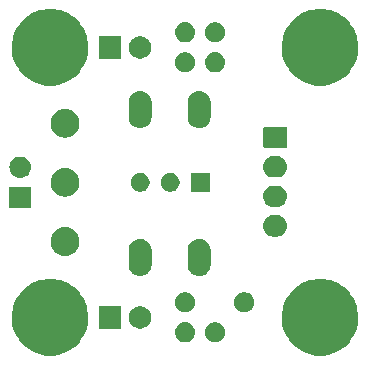
<source format=gbr>
G04 #@! TF.GenerationSoftware,KiCad,Pcbnew,(5.1.4)-1*
G04 #@! TF.CreationDate,2021-01-14T09:01:17+01:00*
G04 #@! TF.ProjectId,daughterBoard,64617567-6874-4657-9242-6f6172642e6b,rev?*
G04 #@! TF.SameCoordinates,Original*
G04 #@! TF.FileFunction,Soldermask,Top*
G04 #@! TF.FilePolarity,Negative*
%FSLAX46Y46*%
G04 Gerber Fmt 4.6, Leading zero omitted, Abs format (unit mm)*
G04 Created by KiCad (PCBNEW (5.1.4)-1) date 2021-01-14 09:01:17*
%MOMM*%
%LPD*%
G04 APERTURE LIST*
%ADD10C,0.100000*%
G04 APERTURE END LIST*
D10*
G36*
X156844239Y-112381467D02*
G01*
X157158282Y-112443934D01*
X157749926Y-112689001D01*
X158039523Y-112882504D01*
X158282391Y-113044783D01*
X158735217Y-113497609D01*
X158783367Y-113569671D01*
X159090999Y-114030074D01*
X159336066Y-114621718D01*
X159377756Y-114831309D01*
X159461000Y-115249803D01*
X159461000Y-115890197D01*
X159413500Y-116128995D01*
X159336066Y-116518282D01*
X159090999Y-117109926D01*
X158867337Y-117444659D01*
X158743480Y-117630025D01*
X158735216Y-117642392D01*
X158282392Y-118095216D01*
X157749926Y-118450999D01*
X157158282Y-118696066D01*
X156844239Y-118758533D01*
X156530197Y-118821000D01*
X155889803Y-118821000D01*
X155575761Y-118758533D01*
X155261718Y-118696066D01*
X154670074Y-118450999D01*
X154137608Y-118095216D01*
X153684784Y-117642392D01*
X153676521Y-117630025D01*
X153552663Y-117444659D01*
X153329001Y-117109926D01*
X153083934Y-116518282D01*
X153006500Y-116128995D01*
X152959000Y-115890197D01*
X152959000Y-115249803D01*
X153042244Y-114831309D01*
X153083934Y-114621718D01*
X153329001Y-114030074D01*
X153636633Y-113569671D01*
X153684783Y-113497609D01*
X154137609Y-113044783D01*
X154380477Y-112882504D01*
X154670074Y-112689001D01*
X155261718Y-112443934D01*
X155575761Y-112381467D01*
X155889803Y-112319000D01*
X156530197Y-112319000D01*
X156844239Y-112381467D01*
X156844239Y-112381467D01*
G37*
G36*
X133984239Y-112381467D02*
G01*
X134298282Y-112443934D01*
X134889926Y-112689001D01*
X135179523Y-112882504D01*
X135422391Y-113044783D01*
X135875217Y-113497609D01*
X135923367Y-113569671D01*
X136230999Y-114030074D01*
X136476066Y-114621718D01*
X136517756Y-114831309D01*
X136601000Y-115249803D01*
X136601000Y-115890197D01*
X136553500Y-116128995D01*
X136476066Y-116518282D01*
X136230999Y-117109926D01*
X136007337Y-117444659D01*
X135883480Y-117630025D01*
X135875216Y-117642392D01*
X135422392Y-118095216D01*
X134889926Y-118450999D01*
X134298282Y-118696066D01*
X133984239Y-118758533D01*
X133670197Y-118821000D01*
X133029803Y-118821000D01*
X132715761Y-118758533D01*
X132401718Y-118696066D01*
X131810074Y-118450999D01*
X131277608Y-118095216D01*
X130824784Y-117642392D01*
X130816521Y-117630025D01*
X130692663Y-117444659D01*
X130469001Y-117109926D01*
X130223934Y-116518282D01*
X130146500Y-116128995D01*
X130099000Y-115890197D01*
X130099000Y-115249803D01*
X130182244Y-114831309D01*
X130223934Y-114621718D01*
X130469001Y-114030074D01*
X130776633Y-113569671D01*
X130824783Y-113497609D01*
X131277609Y-113044783D01*
X131520477Y-112882504D01*
X131810074Y-112689001D01*
X132401718Y-112443934D01*
X132715761Y-112381467D01*
X133029803Y-112319000D01*
X133670197Y-112319000D01*
X133984239Y-112381467D01*
X133984239Y-112381467D01*
G37*
G36*
X144946823Y-116001313D02*
G01*
X145107242Y-116049976D01*
X145174361Y-116085852D01*
X145255078Y-116128996D01*
X145384659Y-116235341D01*
X145491004Y-116364922D01*
X145491005Y-116364924D01*
X145570024Y-116512758D01*
X145618687Y-116673177D01*
X145635117Y-116840000D01*
X145618687Y-117006823D01*
X145570024Y-117167242D01*
X145529477Y-117243100D01*
X145491004Y-117315078D01*
X145384659Y-117444659D01*
X145255078Y-117551004D01*
X145255076Y-117551005D01*
X145107242Y-117630024D01*
X144946823Y-117678687D01*
X144821804Y-117691000D01*
X144738196Y-117691000D01*
X144613177Y-117678687D01*
X144452758Y-117630024D01*
X144304924Y-117551005D01*
X144304922Y-117551004D01*
X144175341Y-117444659D01*
X144068996Y-117315078D01*
X144030523Y-117243100D01*
X143989976Y-117167242D01*
X143941313Y-117006823D01*
X143924883Y-116840000D01*
X143941313Y-116673177D01*
X143989976Y-116512758D01*
X144068995Y-116364924D01*
X144068996Y-116364922D01*
X144175341Y-116235341D01*
X144304922Y-116128996D01*
X144385639Y-116085852D01*
X144452758Y-116049976D01*
X144613177Y-116001313D01*
X144738196Y-115989000D01*
X144821804Y-115989000D01*
X144946823Y-116001313D01*
X144946823Y-116001313D01*
G37*
G36*
X147568228Y-116021703D02*
G01*
X147723100Y-116085853D01*
X147862481Y-116178985D01*
X147981015Y-116297519D01*
X148074147Y-116436900D01*
X148138297Y-116591772D01*
X148171000Y-116756184D01*
X148171000Y-116923816D01*
X148138297Y-117088228D01*
X148074147Y-117243100D01*
X147981015Y-117382481D01*
X147862481Y-117501015D01*
X147723100Y-117594147D01*
X147568228Y-117658297D01*
X147403816Y-117691000D01*
X147236184Y-117691000D01*
X147071772Y-117658297D01*
X146916900Y-117594147D01*
X146777519Y-117501015D01*
X146658985Y-117382481D01*
X146565853Y-117243100D01*
X146501703Y-117088228D01*
X146469000Y-116923816D01*
X146469000Y-116756184D01*
X146501703Y-116591772D01*
X146565853Y-116436900D01*
X146658985Y-116297519D01*
X146777519Y-116178985D01*
X146916900Y-116085853D01*
X147071772Y-116021703D01*
X147236184Y-115989000D01*
X147403816Y-115989000D01*
X147568228Y-116021703D01*
X147568228Y-116021703D01*
G37*
G36*
X139381000Y-116521000D02*
G01*
X137479000Y-116521000D01*
X137479000Y-114619000D01*
X139381000Y-114619000D01*
X139381000Y-116521000D01*
X139381000Y-116521000D01*
G37*
G36*
X141247395Y-114655546D02*
G01*
X141420466Y-114727234D01*
X141420467Y-114727235D01*
X141576227Y-114831310D01*
X141708690Y-114963773D01*
X141708691Y-114963775D01*
X141812766Y-115119534D01*
X141884454Y-115292605D01*
X141921000Y-115476333D01*
X141921000Y-115663667D01*
X141884454Y-115847395D01*
X141812766Y-116020466D01*
X141793048Y-116049976D01*
X141708690Y-116176227D01*
X141576227Y-116308690D01*
X141497818Y-116361081D01*
X141420466Y-116412766D01*
X141247395Y-116484454D01*
X141063667Y-116521000D01*
X140876333Y-116521000D01*
X140692605Y-116484454D01*
X140519534Y-116412766D01*
X140442182Y-116361081D01*
X140363773Y-116308690D01*
X140231310Y-116176227D01*
X140146952Y-116049976D01*
X140127234Y-116020466D01*
X140055546Y-115847395D01*
X140019000Y-115663667D01*
X140019000Y-115476333D01*
X140055546Y-115292605D01*
X140127234Y-115119534D01*
X140231309Y-114963775D01*
X140231310Y-114963773D01*
X140363773Y-114831310D01*
X140519533Y-114727235D01*
X140519534Y-114727234D01*
X140692605Y-114655546D01*
X140876333Y-114619000D01*
X141063667Y-114619000D01*
X141247395Y-114655546D01*
X141247395Y-114655546D01*
G37*
G36*
X150028228Y-113481703D02*
G01*
X150183100Y-113545853D01*
X150322481Y-113638985D01*
X150441015Y-113757519D01*
X150534147Y-113896900D01*
X150598297Y-114051772D01*
X150631000Y-114216184D01*
X150631000Y-114383816D01*
X150598297Y-114548228D01*
X150534147Y-114703100D01*
X150441015Y-114842481D01*
X150322481Y-114961015D01*
X150183100Y-115054147D01*
X150028228Y-115118297D01*
X149863816Y-115151000D01*
X149696184Y-115151000D01*
X149531772Y-115118297D01*
X149376900Y-115054147D01*
X149237519Y-114961015D01*
X149118985Y-114842481D01*
X149025853Y-114703100D01*
X148961703Y-114548228D01*
X148929000Y-114383816D01*
X148929000Y-114216184D01*
X148961703Y-114051772D01*
X149025853Y-113896900D01*
X149118985Y-113757519D01*
X149237519Y-113638985D01*
X149376900Y-113545853D01*
X149531772Y-113481703D01*
X149696184Y-113449000D01*
X149863816Y-113449000D01*
X150028228Y-113481703D01*
X150028228Y-113481703D01*
G37*
G36*
X145028228Y-113481703D02*
G01*
X145183100Y-113545853D01*
X145322481Y-113638985D01*
X145441015Y-113757519D01*
X145534147Y-113896900D01*
X145598297Y-114051772D01*
X145631000Y-114216184D01*
X145631000Y-114383816D01*
X145598297Y-114548228D01*
X145534147Y-114703100D01*
X145441015Y-114842481D01*
X145322481Y-114961015D01*
X145183100Y-115054147D01*
X145028228Y-115118297D01*
X144863816Y-115151000D01*
X144696184Y-115151000D01*
X144531772Y-115118297D01*
X144376900Y-115054147D01*
X144237519Y-114961015D01*
X144118985Y-114842481D01*
X144025853Y-114703100D01*
X143961703Y-114548228D01*
X143929000Y-114383816D01*
X143929000Y-114216184D01*
X143961703Y-114051772D01*
X144025853Y-113896900D01*
X144118985Y-113757519D01*
X144237519Y-113638985D01*
X144376900Y-113545853D01*
X144531772Y-113481703D01*
X144696184Y-113449000D01*
X144863816Y-113449000D01*
X145028228Y-113481703D01*
X145028228Y-113481703D01*
G37*
G36*
X141161328Y-108929122D02*
G01*
X141297436Y-108970410D01*
X141345309Y-108984932D01*
X141410433Y-109019742D01*
X141514860Y-109075559D01*
X141561035Y-109113454D01*
X141663476Y-109197524D01*
X141747546Y-109299965D01*
X141785441Y-109346140D01*
X141828006Y-109425775D01*
X141876068Y-109515691D01*
X141876069Y-109515694D01*
X141931878Y-109699671D01*
X141946000Y-109843056D01*
X141946000Y-111136944D01*
X141931878Y-111280329D01*
X141876069Y-111464306D01*
X141876068Y-111464309D01*
X141876067Y-111464310D01*
X141785441Y-111633860D01*
X141747546Y-111680035D01*
X141663476Y-111782476D01*
X141561035Y-111866546D01*
X141514860Y-111904441D01*
X141435225Y-111947006D01*
X141345309Y-111995068D01*
X141345306Y-111995069D01*
X141161329Y-112050878D01*
X140970000Y-112069722D01*
X140778672Y-112050878D01*
X140594695Y-111995069D01*
X140594692Y-111995068D01*
X140504776Y-111947006D01*
X140425141Y-111904441D01*
X140378966Y-111866546D01*
X140276525Y-111782476D01*
X140192455Y-111680035D01*
X140154560Y-111633860D01*
X140063932Y-111464306D01*
X140008123Y-111280329D01*
X140008123Y-111280327D01*
X140008122Y-111280325D01*
X139994000Y-111136945D01*
X139994000Y-109843056D01*
X139998707Y-109795262D01*
X140008122Y-109699672D01*
X140063931Y-109515695D01*
X140063932Y-109515691D01*
X140125596Y-109400326D01*
X140154559Y-109346140D01*
X140192454Y-109299965D01*
X140276524Y-109197524D01*
X140378965Y-109113454D01*
X140425140Y-109075559D01*
X140529567Y-109019742D01*
X140594691Y-108984932D01*
X140594694Y-108984931D01*
X140778671Y-108929122D01*
X140970000Y-108910278D01*
X141161328Y-108929122D01*
X141161328Y-108929122D01*
G37*
G36*
X146161328Y-108929122D02*
G01*
X146297436Y-108970410D01*
X146345309Y-108984932D01*
X146410433Y-109019742D01*
X146514860Y-109075559D01*
X146561035Y-109113454D01*
X146663476Y-109197524D01*
X146747546Y-109299965D01*
X146785441Y-109346140D01*
X146828006Y-109425775D01*
X146876068Y-109515691D01*
X146876069Y-109515694D01*
X146931878Y-109699671D01*
X146946000Y-109843056D01*
X146946000Y-111136944D01*
X146931878Y-111280329D01*
X146876069Y-111464306D01*
X146876068Y-111464309D01*
X146876067Y-111464310D01*
X146785441Y-111633860D01*
X146747546Y-111680035D01*
X146663476Y-111782476D01*
X146561035Y-111866546D01*
X146514860Y-111904441D01*
X146435225Y-111947006D01*
X146345309Y-111995068D01*
X146345306Y-111995069D01*
X146161329Y-112050878D01*
X145970000Y-112069722D01*
X145778672Y-112050878D01*
X145594695Y-111995069D01*
X145594692Y-111995068D01*
X145504776Y-111947006D01*
X145425141Y-111904441D01*
X145378966Y-111866546D01*
X145276525Y-111782476D01*
X145192455Y-111680035D01*
X145154560Y-111633860D01*
X145063932Y-111464306D01*
X145008123Y-111280329D01*
X145008123Y-111280327D01*
X145008122Y-111280325D01*
X144994000Y-111136945D01*
X144994000Y-109843056D01*
X144998707Y-109795262D01*
X145008122Y-109699672D01*
X145063931Y-109515695D01*
X145063932Y-109515691D01*
X145125596Y-109400326D01*
X145154559Y-109346140D01*
X145192454Y-109299965D01*
X145276524Y-109197524D01*
X145378965Y-109113454D01*
X145425140Y-109075559D01*
X145529567Y-109019742D01*
X145594691Y-108984932D01*
X145594694Y-108984931D01*
X145778671Y-108929122D01*
X145970000Y-108910278D01*
X146161328Y-108929122D01*
X146161328Y-108929122D01*
G37*
G36*
X134976153Y-107965922D02*
G01*
X135068194Y-108004047D01*
X135198359Y-108057963D01*
X135398342Y-108191587D01*
X135568413Y-108361658D01*
X135702037Y-108561641D01*
X135745447Y-108666442D01*
X135794078Y-108783847D01*
X135841000Y-109019742D01*
X135841000Y-109260258D01*
X135794078Y-109496153D01*
X135785983Y-109515695D01*
X135702037Y-109718359D01*
X135568413Y-109918342D01*
X135398342Y-110088413D01*
X135198359Y-110222037D01*
X135068194Y-110275953D01*
X134976153Y-110314078D01*
X134858205Y-110337539D01*
X134740259Y-110361000D01*
X134499741Y-110361000D01*
X134381795Y-110337539D01*
X134263847Y-110314078D01*
X134171806Y-110275953D01*
X134041641Y-110222037D01*
X133841658Y-110088413D01*
X133671587Y-109918342D01*
X133537963Y-109718359D01*
X133454017Y-109515695D01*
X133445922Y-109496153D01*
X133399000Y-109260258D01*
X133399000Y-109019742D01*
X133445922Y-108783847D01*
X133494553Y-108666442D01*
X133537963Y-108561641D01*
X133671587Y-108361658D01*
X133841658Y-108191587D01*
X134041641Y-108057963D01*
X134171806Y-108004047D01*
X134263847Y-107965922D01*
X134499741Y-107919000D01*
X134740259Y-107919000D01*
X134976153Y-107965922D01*
X134976153Y-107965922D01*
G37*
G36*
X152635443Y-106935519D02*
G01*
X152701627Y-106942037D01*
X152871466Y-106993557D01*
X153027991Y-107077222D01*
X153063729Y-107106552D01*
X153165186Y-107189814D01*
X153248448Y-107291271D01*
X153277778Y-107327009D01*
X153361443Y-107483534D01*
X153412963Y-107653373D01*
X153430359Y-107830000D01*
X153412963Y-108006627D01*
X153361443Y-108176466D01*
X153277778Y-108332991D01*
X153254251Y-108361658D01*
X153165186Y-108470186D01*
X153063729Y-108553448D01*
X153027991Y-108582778D01*
X152871466Y-108666443D01*
X152701627Y-108717963D01*
X152635443Y-108724481D01*
X152569260Y-108731000D01*
X152230740Y-108731000D01*
X152164557Y-108724481D01*
X152098373Y-108717963D01*
X151928534Y-108666443D01*
X151772009Y-108582778D01*
X151736271Y-108553448D01*
X151634814Y-108470186D01*
X151545749Y-108361658D01*
X151522222Y-108332991D01*
X151438557Y-108176466D01*
X151387037Y-108006627D01*
X151369641Y-107830000D01*
X151387037Y-107653373D01*
X151438557Y-107483534D01*
X151522222Y-107327009D01*
X151551552Y-107291271D01*
X151634814Y-107189814D01*
X151736271Y-107106552D01*
X151772009Y-107077222D01*
X151928534Y-106993557D01*
X152098373Y-106942037D01*
X152164557Y-106935519D01*
X152230740Y-106929000D01*
X152569260Y-106929000D01*
X152635443Y-106935519D01*
X152635443Y-106935519D01*
G37*
G36*
X131711000Y-106311000D02*
G01*
X129909000Y-106311000D01*
X129909000Y-104509000D01*
X131711000Y-104509000D01*
X131711000Y-106311000D01*
X131711000Y-106311000D01*
G37*
G36*
X152635443Y-104435519D02*
G01*
X152701627Y-104442037D01*
X152871466Y-104493557D01*
X153027991Y-104577222D01*
X153063729Y-104606552D01*
X153165186Y-104689814D01*
X153248448Y-104791271D01*
X153277778Y-104827009D01*
X153361443Y-104983534D01*
X153412963Y-105153373D01*
X153430359Y-105330000D01*
X153412963Y-105506627D01*
X153361443Y-105676466D01*
X153277778Y-105832991D01*
X153248448Y-105868729D01*
X153165186Y-105970186D01*
X153063729Y-106053448D01*
X153027991Y-106082778D01*
X152871466Y-106166443D01*
X152701627Y-106217963D01*
X152635442Y-106224482D01*
X152569260Y-106231000D01*
X152230740Y-106231000D01*
X152164558Y-106224482D01*
X152098373Y-106217963D01*
X151928534Y-106166443D01*
X151772009Y-106082778D01*
X151736271Y-106053448D01*
X151634814Y-105970186D01*
X151551552Y-105868729D01*
X151522222Y-105832991D01*
X151438557Y-105676466D01*
X151387037Y-105506627D01*
X151369641Y-105330000D01*
X151387037Y-105153373D01*
X151438557Y-104983534D01*
X151522222Y-104827009D01*
X151551552Y-104791271D01*
X151634814Y-104689814D01*
X151736271Y-104606552D01*
X151772009Y-104577222D01*
X151928534Y-104493557D01*
X152098373Y-104442037D01*
X152164558Y-104435518D01*
X152230740Y-104429000D01*
X152569260Y-104429000D01*
X152635443Y-104435519D01*
X152635443Y-104435519D01*
G37*
G36*
X134858205Y-102942461D02*
G01*
X134976153Y-102965922D01*
X135068194Y-103004047D01*
X135198359Y-103057963D01*
X135398342Y-103191587D01*
X135568413Y-103361658D01*
X135702037Y-103561641D01*
X135745447Y-103666442D01*
X135794078Y-103783847D01*
X135841000Y-104019742D01*
X135841000Y-104260258D01*
X135794078Y-104496153D01*
X135784443Y-104519414D01*
X135702037Y-104718359D01*
X135568413Y-104918342D01*
X135398342Y-105088413D01*
X135198359Y-105222037D01*
X135068194Y-105275953D01*
X134976153Y-105314078D01*
X134896107Y-105330000D01*
X134740259Y-105361000D01*
X134499741Y-105361000D01*
X134343893Y-105330000D01*
X134263847Y-105314078D01*
X134171806Y-105275953D01*
X134041641Y-105222037D01*
X133841658Y-105088413D01*
X133671587Y-104918342D01*
X133537963Y-104718359D01*
X133455557Y-104519414D01*
X133445922Y-104496153D01*
X133399000Y-104260258D01*
X133399000Y-104019742D01*
X133445922Y-103783847D01*
X133494553Y-103666442D01*
X133537963Y-103561641D01*
X133671587Y-103361658D01*
X133841658Y-103191587D01*
X134041641Y-103057963D01*
X134171806Y-103004047D01*
X134263847Y-102965922D01*
X134381795Y-102942461D01*
X134499741Y-102919000D01*
X134740259Y-102919000D01*
X134858205Y-102942461D01*
X134858205Y-102942461D01*
G37*
G36*
X141203642Y-103369781D02*
G01*
X141349414Y-103430162D01*
X141349416Y-103430163D01*
X141480608Y-103517822D01*
X141592178Y-103629392D01*
X141679837Y-103760584D01*
X141679838Y-103760586D01*
X141740219Y-103906358D01*
X141771000Y-104061107D01*
X141771000Y-104218893D01*
X141740219Y-104373642D01*
X141679838Y-104519414D01*
X141679837Y-104519416D01*
X141592178Y-104650608D01*
X141480608Y-104762178D01*
X141349416Y-104849837D01*
X141349415Y-104849838D01*
X141349414Y-104849838D01*
X141203642Y-104910219D01*
X141048893Y-104941000D01*
X140891107Y-104941000D01*
X140736358Y-104910219D01*
X140590586Y-104849838D01*
X140590585Y-104849838D01*
X140590584Y-104849837D01*
X140459392Y-104762178D01*
X140347822Y-104650608D01*
X140260163Y-104519416D01*
X140260162Y-104519414D01*
X140199781Y-104373642D01*
X140169000Y-104218893D01*
X140169000Y-104061107D01*
X140199781Y-103906358D01*
X140260162Y-103760586D01*
X140260163Y-103760584D01*
X140347822Y-103629392D01*
X140459392Y-103517822D01*
X140590584Y-103430163D01*
X140590586Y-103430162D01*
X140736358Y-103369781D01*
X140891107Y-103339000D01*
X141048893Y-103339000D01*
X141203642Y-103369781D01*
X141203642Y-103369781D01*
G37*
G36*
X146851000Y-104941000D02*
G01*
X145249000Y-104941000D01*
X145249000Y-103339000D01*
X146851000Y-103339000D01*
X146851000Y-104941000D01*
X146851000Y-104941000D01*
G37*
G36*
X143743642Y-103369781D02*
G01*
X143889414Y-103430162D01*
X143889416Y-103430163D01*
X144020608Y-103517822D01*
X144132178Y-103629392D01*
X144219837Y-103760584D01*
X144219838Y-103760586D01*
X144280219Y-103906358D01*
X144311000Y-104061107D01*
X144311000Y-104218893D01*
X144280219Y-104373642D01*
X144219838Y-104519414D01*
X144219837Y-104519416D01*
X144132178Y-104650608D01*
X144020608Y-104762178D01*
X143889416Y-104849837D01*
X143889415Y-104849838D01*
X143889414Y-104849838D01*
X143743642Y-104910219D01*
X143588893Y-104941000D01*
X143431107Y-104941000D01*
X143276358Y-104910219D01*
X143130586Y-104849838D01*
X143130585Y-104849838D01*
X143130584Y-104849837D01*
X142999392Y-104762178D01*
X142887822Y-104650608D01*
X142800163Y-104519416D01*
X142800162Y-104519414D01*
X142739781Y-104373642D01*
X142709000Y-104218893D01*
X142709000Y-104061107D01*
X142739781Y-103906358D01*
X142800162Y-103760586D01*
X142800163Y-103760584D01*
X142887822Y-103629392D01*
X142999392Y-103517822D01*
X143130584Y-103430163D01*
X143130586Y-103430162D01*
X143276358Y-103369781D01*
X143431107Y-103339000D01*
X143588893Y-103339000D01*
X143743642Y-103369781D01*
X143743642Y-103369781D01*
G37*
G36*
X130920442Y-101975518D02*
G01*
X130986627Y-101982037D01*
X131156466Y-102033557D01*
X131312991Y-102117222D01*
X131348729Y-102146552D01*
X131450186Y-102229814D01*
X131529951Y-102327009D01*
X131562778Y-102367009D01*
X131646443Y-102523534D01*
X131697963Y-102693373D01*
X131715359Y-102870000D01*
X131697963Y-103046627D01*
X131646443Y-103216466D01*
X131562778Y-103372991D01*
X131533448Y-103408729D01*
X131450186Y-103510186D01*
X131361731Y-103582778D01*
X131312991Y-103622778D01*
X131156466Y-103706443D01*
X130986627Y-103757963D01*
X130920443Y-103764481D01*
X130854260Y-103771000D01*
X130765740Y-103771000D01*
X130699557Y-103764481D01*
X130633373Y-103757963D01*
X130463534Y-103706443D01*
X130307009Y-103622778D01*
X130258269Y-103582778D01*
X130169814Y-103510186D01*
X130086552Y-103408729D01*
X130057222Y-103372991D01*
X129973557Y-103216466D01*
X129922037Y-103046627D01*
X129904641Y-102870000D01*
X129922037Y-102693373D01*
X129973557Y-102523534D01*
X130057222Y-102367009D01*
X130090049Y-102327009D01*
X130169814Y-102229814D01*
X130271271Y-102146552D01*
X130307009Y-102117222D01*
X130463534Y-102033557D01*
X130633373Y-101982037D01*
X130699558Y-101975518D01*
X130765740Y-101969000D01*
X130854260Y-101969000D01*
X130920442Y-101975518D01*
X130920442Y-101975518D01*
G37*
G36*
X152635442Y-101935518D02*
G01*
X152701627Y-101942037D01*
X152871466Y-101993557D01*
X153027991Y-102077222D01*
X153063729Y-102106552D01*
X153165186Y-102189814D01*
X153248448Y-102291271D01*
X153277778Y-102327009D01*
X153361443Y-102483534D01*
X153412963Y-102653373D01*
X153430359Y-102830000D01*
X153412963Y-103006627D01*
X153361443Y-103176466D01*
X153277778Y-103332991D01*
X153254251Y-103361658D01*
X153165186Y-103470186D01*
X153063729Y-103553448D01*
X153027991Y-103582778D01*
X152871466Y-103666443D01*
X152701627Y-103717963D01*
X152635442Y-103724482D01*
X152569260Y-103731000D01*
X152230740Y-103731000D01*
X152164558Y-103724482D01*
X152098373Y-103717963D01*
X151928534Y-103666443D01*
X151772009Y-103582778D01*
X151736271Y-103553448D01*
X151634814Y-103470186D01*
X151545749Y-103361658D01*
X151522222Y-103332991D01*
X151438557Y-103176466D01*
X151387037Y-103006627D01*
X151369641Y-102830000D01*
X151387037Y-102653373D01*
X151438557Y-102483534D01*
X151522222Y-102327009D01*
X151551552Y-102291271D01*
X151634814Y-102189814D01*
X151736271Y-102106552D01*
X151772009Y-102077222D01*
X151928534Y-101993557D01*
X152098373Y-101942037D01*
X152164558Y-101935518D01*
X152230740Y-101929000D01*
X152569260Y-101929000D01*
X152635442Y-101935518D01*
X152635442Y-101935518D01*
G37*
G36*
X153283600Y-99432989D02*
G01*
X153316652Y-99443015D01*
X153347103Y-99459292D01*
X153373799Y-99481201D01*
X153395708Y-99507897D01*
X153411985Y-99538348D01*
X153422011Y-99571400D01*
X153426000Y-99611903D01*
X153426000Y-101048097D01*
X153422011Y-101088600D01*
X153411985Y-101121652D01*
X153395708Y-101152103D01*
X153373799Y-101178799D01*
X153347103Y-101200708D01*
X153316652Y-101216985D01*
X153283600Y-101227011D01*
X153243097Y-101231000D01*
X151556903Y-101231000D01*
X151516400Y-101227011D01*
X151483348Y-101216985D01*
X151452897Y-101200708D01*
X151426201Y-101178799D01*
X151404292Y-101152103D01*
X151388015Y-101121652D01*
X151377989Y-101088600D01*
X151374000Y-101048097D01*
X151374000Y-99611903D01*
X151377989Y-99571400D01*
X151388015Y-99538348D01*
X151404292Y-99507897D01*
X151426201Y-99481201D01*
X151452897Y-99459292D01*
X151483348Y-99443015D01*
X151516400Y-99432989D01*
X151556903Y-99429000D01*
X153243097Y-99429000D01*
X153283600Y-99432989D01*
X153283600Y-99432989D01*
G37*
G36*
X134858205Y-97942461D02*
G01*
X134976153Y-97965922D01*
X135068194Y-98004047D01*
X135198359Y-98057963D01*
X135398342Y-98191587D01*
X135568413Y-98361658D01*
X135702037Y-98561641D01*
X135733228Y-98636944D01*
X135794078Y-98783847D01*
X135841000Y-99019742D01*
X135841000Y-99260258D01*
X135794078Y-99496153D01*
X135789213Y-99507897D01*
X135702037Y-99718359D01*
X135568413Y-99918342D01*
X135398342Y-100088413D01*
X135198359Y-100222037D01*
X135068194Y-100275953D01*
X134976153Y-100314078D01*
X134858205Y-100337539D01*
X134740259Y-100361000D01*
X134499741Y-100361000D01*
X134381795Y-100337539D01*
X134263847Y-100314078D01*
X134171806Y-100275953D01*
X134041641Y-100222037D01*
X133841658Y-100088413D01*
X133671587Y-99918342D01*
X133537963Y-99718359D01*
X133450787Y-99507897D01*
X133445922Y-99496153D01*
X133399000Y-99260258D01*
X133399000Y-99019742D01*
X133445922Y-98783847D01*
X133506772Y-98636944D01*
X133537963Y-98561641D01*
X133671587Y-98361658D01*
X133841658Y-98191587D01*
X134041641Y-98057963D01*
X134171806Y-98004047D01*
X134263847Y-97965922D01*
X134381795Y-97942461D01*
X134499741Y-97919000D01*
X134740259Y-97919000D01*
X134858205Y-97942461D01*
X134858205Y-97942461D01*
G37*
G36*
X146161328Y-96429122D02*
G01*
X146297436Y-96470410D01*
X146345309Y-96484932D01*
X146460674Y-96546596D01*
X146514860Y-96575559D01*
X146561035Y-96613454D01*
X146663476Y-96697524D01*
X146747546Y-96799965D01*
X146785441Y-96846140D01*
X146828006Y-96925775D01*
X146876068Y-97015691D01*
X146876069Y-97015694D01*
X146931878Y-97199671D01*
X146946000Y-97343056D01*
X146946000Y-98636944D01*
X146931878Y-98780329D01*
X146876069Y-98964306D01*
X146876068Y-98964309D01*
X146876067Y-98964310D01*
X146785441Y-99133860D01*
X146747546Y-99180035D01*
X146663476Y-99282476D01*
X146561035Y-99366546D01*
X146514860Y-99404441D01*
X146442693Y-99443015D01*
X146345309Y-99495068D01*
X146345306Y-99495069D01*
X146161329Y-99550878D01*
X145970000Y-99569722D01*
X145778672Y-99550878D01*
X145594695Y-99495069D01*
X145594692Y-99495068D01*
X145497308Y-99443015D01*
X145425141Y-99404441D01*
X145378966Y-99366546D01*
X145276525Y-99282476D01*
X145192455Y-99180035D01*
X145154560Y-99133860D01*
X145063932Y-98964306D01*
X145008123Y-98780329D01*
X145008123Y-98780327D01*
X145008122Y-98780325D01*
X144994000Y-98636945D01*
X144994000Y-97343056D01*
X145008122Y-97199674D01*
X145008122Y-97199672D01*
X145063931Y-97015695D01*
X145063932Y-97015691D01*
X145125596Y-96900326D01*
X145154559Y-96846140D01*
X145192454Y-96799965D01*
X145276524Y-96697524D01*
X145378965Y-96613454D01*
X145425140Y-96575559D01*
X145504775Y-96532994D01*
X145594691Y-96484932D01*
X145594694Y-96484931D01*
X145778671Y-96429122D01*
X145970000Y-96410278D01*
X146161328Y-96429122D01*
X146161328Y-96429122D01*
G37*
G36*
X141161328Y-96429122D02*
G01*
X141297436Y-96470410D01*
X141345309Y-96484932D01*
X141460674Y-96546596D01*
X141514860Y-96575559D01*
X141561035Y-96613454D01*
X141663476Y-96697524D01*
X141747546Y-96799965D01*
X141785441Y-96846140D01*
X141828006Y-96925775D01*
X141876068Y-97015691D01*
X141876069Y-97015694D01*
X141931878Y-97199671D01*
X141946000Y-97343056D01*
X141946000Y-98636944D01*
X141931878Y-98780329D01*
X141876069Y-98964306D01*
X141876068Y-98964309D01*
X141876067Y-98964310D01*
X141785441Y-99133860D01*
X141747546Y-99180035D01*
X141663476Y-99282476D01*
X141561035Y-99366546D01*
X141514860Y-99404441D01*
X141442693Y-99443015D01*
X141345309Y-99495068D01*
X141345306Y-99495069D01*
X141161329Y-99550878D01*
X140970000Y-99569722D01*
X140778672Y-99550878D01*
X140594695Y-99495069D01*
X140594692Y-99495068D01*
X140497308Y-99443015D01*
X140425141Y-99404441D01*
X140378966Y-99366546D01*
X140276525Y-99282476D01*
X140192455Y-99180035D01*
X140154560Y-99133860D01*
X140063932Y-98964306D01*
X140008123Y-98780329D01*
X140008123Y-98780327D01*
X140008122Y-98780325D01*
X139994000Y-98636945D01*
X139994000Y-97343056D01*
X140008122Y-97199674D01*
X140008122Y-97199672D01*
X140063931Y-97015695D01*
X140063932Y-97015691D01*
X140125596Y-96900326D01*
X140154559Y-96846140D01*
X140192454Y-96799965D01*
X140276524Y-96697524D01*
X140378965Y-96613454D01*
X140425140Y-96575559D01*
X140504775Y-96532994D01*
X140594691Y-96484932D01*
X140594694Y-96484931D01*
X140778671Y-96429122D01*
X140970000Y-96410278D01*
X141161328Y-96429122D01*
X141161328Y-96429122D01*
G37*
G36*
X133984239Y-89521467D02*
G01*
X134298282Y-89583934D01*
X134889926Y-89829001D01*
X135179523Y-90022504D01*
X135422391Y-90184783D01*
X135875217Y-90637609D01*
X135923367Y-90709671D01*
X136230999Y-91170074D01*
X136476066Y-91761718D01*
X136506571Y-91915076D01*
X136601000Y-92389803D01*
X136601000Y-93030197D01*
X136553500Y-93268995D01*
X136476066Y-93658282D01*
X136230999Y-94249926D01*
X136007337Y-94584659D01*
X135883480Y-94770025D01*
X135875216Y-94782392D01*
X135422392Y-95235216D01*
X134889926Y-95590999D01*
X134298282Y-95836066D01*
X133984239Y-95898533D01*
X133670197Y-95961000D01*
X133029803Y-95961000D01*
X132715761Y-95898533D01*
X132401718Y-95836066D01*
X131810074Y-95590999D01*
X131277608Y-95235216D01*
X130824784Y-94782392D01*
X130816521Y-94770025D01*
X130692663Y-94584659D01*
X130469001Y-94249926D01*
X130223934Y-93658282D01*
X130146500Y-93268995D01*
X130099000Y-93030197D01*
X130099000Y-92389803D01*
X130193429Y-91915076D01*
X130223934Y-91761718D01*
X130469001Y-91170074D01*
X130776633Y-90709671D01*
X130824783Y-90637609D01*
X131277609Y-90184783D01*
X131520477Y-90022504D01*
X131810074Y-89829001D01*
X132401718Y-89583934D01*
X132715761Y-89521467D01*
X133029803Y-89459000D01*
X133670197Y-89459000D01*
X133984239Y-89521467D01*
X133984239Y-89521467D01*
G37*
G36*
X156844239Y-89521467D02*
G01*
X157158282Y-89583934D01*
X157749926Y-89829001D01*
X158039523Y-90022504D01*
X158282391Y-90184783D01*
X158735217Y-90637609D01*
X158783367Y-90709671D01*
X159090999Y-91170074D01*
X159336066Y-91761718D01*
X159366571Y-91915076D01*
X159461000Y-92389803D01*
X159461000Y-93030197D01*
X159413500Y-93268995D01*
X159336066Y-93658282D01*
X159090999Y-94249926D01*
X158867337Y-94584659D01*
X158743480Y-94770025D01*
X158735216Y-94782392D01*
X158282392Y-95235216D01*
X157749926Y-95590999D01*
X157158282Y-95836066D01*
X156844239Y-95898533D01*
X156530197Y-95961000D01*
X155889803Y-95961000D01*
X155575761Y-95898533D01*
X155261718Y-95836066D01*
X154670074Y-95590999D01*
X154137608Y-95235216D01*
X153684784Y-94782392D01*
X153676521Y-94770025D01*
X153552663Y-94584659D01*
X153329001Y-94249926D01*
X153083934Y-93658282D01*
X153006500Y-93268995D01*
X152959000Y-93030197D01*
X152959000Y-92389803D01*
X153053429Y-91915076D01*
X153083934Y-91761718D01*
X153329001Y-91170074D01*
X153636633Y-90709671D01*
X153684783Y-90637609D01*
X154137609Y-90184783D01*
X154380477Y-90022504D01*
X154670074Y-89829001D01*
X155261718Y-89583934D01*
X155575761Y-89521467D01*
X155889803Y-89459000D01*
X156530197Y-89459000D01*
X156844239Y-89521467D01*
X156844239Y-89521467D01*
G37*
G36*
X145028228Y-93161703D02*
G01*
X145183100Y-93225853D01*
X145322481Y-93318985D01*
X145441015Y-93437519D01*
X145534147Y-93576900D01*
X145598297Y-93731772D01*
X145631000Y-93896184D01*
X145631000Y-94063816D01*
X145598297Y-94228228D01*
X145534147Y-94383100D01*
X145441015Y-94522481D01*
X145322481Y-94641015D01*
X145183100Y-94734147D01*
X145028228Y-94798297D01*
X144863816Y-94831000D01*
X144696184Y-94831000D01*
X144531772Y-94798297D01*
X144376900Y-94734147D01*
X144237519Y-94641015D01*
X144118985Y-94522481D01*
X144025853Y-94383100D01*
X143961703Y-94228228D01*
X143929000Y-94063816D01*
X143929000Y-93896184D01*
X143961703Y-93731772D01*
X144025853Y-93576900D01*
X144118985Y-93437519D01*
X144237519Y-93318985D01*
X144376900Y-93225853D01*
X144531772Y-93161703D01*
X144696184Y-93129000D01*
X144863816Y-93129000D01*
X145028228Y-93161703D01*
X145028228Y-93161703D01*
G37*
G36*
X147486823Y-93141313D02*
G01*
X147647242Y-93189976D01*
X147714361Y-93225852D01*
X147795078Y-93268996D01*
X147924659Y-93375341D01*
X148031004Y-93504922D01*
X148031005Y-93504924D01*
X148110024Y-93652758D01*
X148158687Y-93813177D01*
X148175117Y-93980000D01*
X148158687Y-94146823D01*
X148110024Y-94307242D01*
X148069477Y-94383100D01*
X148031004Y-94455078D01*
X147924659Y-94584659D01*
X147795078Y-94691004D01*
X147795076Y-94691005D01*
X147647242Y-94770024D01*
X147486823Y-94818687D01*
X147361804Y-94831000D01*
X147278196Y-94831000D01*
X147153177Y-94818687D01*
X146992758Y-94770024D01*
X146844924Y-94691005D01*
X146844922Y-94691004D01*
X146715341Y-94584659D01*
X146608996Y-94455078D01*
X146570523Y-94383100D01*
X146529976Y-94307242D01*
X146481313Y-94146823D01*
X146464883Y-93980000D01*
X146481313Y-93813177D01*
X146529976Y-93652758D01*
X146608995Y-93504924D01*
X146608996Y-93504922D01*
X146715341Y-93375341D01*
X146844922Y-93268996D01*
X146925639Y-93225852D01*
X146992758Y-93189976D01*
X147153177Y-93141313D01*
X147278196Y-93129000D01*
X147361804Y-93129000D01*
X147486823Y-93141313D01*
X147486823Y-93141313D01*
G37*
G36*
X141247395Y-91795546D02*
G01*
X141420466Y-91867234D01*
X141492069Y-91915078D01*
X141576227Y-91971310D01*
X141708690Y-92103773D01*
X141740249Y-92151005D01*
X141812766Y-92259534D01*
X141884454Y-92432605D01*
X141921000Y-92616333D01*
X141921000Y-92803667D01*
X141884454Y-92987395D01*
X141812766Y-93160466D01*
X141793048Y-93189976D01*
X141708690Y-93316227D01*
X141576227Y-93448690D01*
X141497818Y-93501081D01*
X141420466Y-93552766D01*
X141247395Y-93624454D01*
X141063667Y-93661000D01*
X140876333Y-93661000D01*
X140692605Y-93624454D01*
X140519534Y-93552766D01*
X140442182Y-93501081D01*
X140363773Y-93448690D01*
X140231310Y-93316227D01*
X140146952Y-93189976D01*
X140127234Y-93160466D01*
X140055546Y-92987395D01*
X140019000Y-92803667D01*
X140019000Y-92616333D01*
X140055546Y-92432605D01*
X140127234Y-92259534D01*
X140199751Y-92151005D01*
X140231310Y-92103773D01*
X140363773Y-91971310D01*
X140447931Y-91915078D01*
X140519534Y-91867234D01*
X140692605Y-91795546D01*
X140876333Y-91759000D01*
X141063667Y-91759000D01*
X141247395Y-91795546D01*
X141247395Y-91795546D01*
G37*
G36*
X139381000Y-93661000D02*
G01*
X137479000Y-93661000D01*
X137479000Y-91759000D01*
X139381000Y-91759000D01*
X139381000Y-93661000D01*
X139381000Y-93661000D01*
G37*
G36*
X144946823Y-90601313D02*
G01*
X145107242Y-90649976D01*
X145174361Y-90685852D01*
X145255078Y-90728996D01*
X145384659Y-90835341D01*
X145491004Y-90964922D01*
X145491005Y-90964924D01*
X145570024Y-91112758D01*
X145618687Y-91273177D01*
X145635117Y-91440000D01*
X145618687Y-91606823D01*
X145570024Y-91767242D01*
X145499114Y-91899906D01*
X145491004Y-91915078D01*
X145384659Y-92044659D01*
X145255078Y-92151004D01*
X145255076Y-92151005D01*
X145107242Y-92230024D01*
X144946823Y-92278687D01*
X144821804Y-92291000D01*
X144738196Y-92291000D01*
X144613177Y-92278687D01*
X144452758Y-92230024D01*
X144304924Y-92151005D01*
X144304922Y-92151004D01*
X144175341Y-92044659D01*
X144068996Y-91915078D01*
X144060886Y-91899906D01*
X143989976Y-91767242D01*
X143941313Y-91606823D01*
X143924883Y-91440000D01*
X143941313Y-91273177D01*
X143989976Y-91112758D01*
X144068995Y-90964924D01*
X144068996Y-90964922D01*
X144175341Y-90835341D01*
X144304922Y-90728996D01*
X144385639Y-90685852D01*
X144452758Y-90649976D01*
X144613177Y-90601313D01*
X144738196Y-90589000D01*
X144821804Y-90589000D01*
X144946823Y-90601313D01*
X144946823Y-90601313D01*
G37*
G36*
X147568228Y-90621703D02*
G01*
X147723100Y-90685853D01*
X147862481Y-90778985D01*
X147981015Y-90897519D01*
X148074147Y-91036900D01*
X148138297Y-91191772D01*
X148171000Y-91356184D01*
X148171000Y-91523816D01*
X148138297Y-91688228D01*
X148074147Y-91843100D01*
X147981015Y-91982481D01*
X147862481Y-92101015D01*
X147723100Y-92194147D01*
X147568228Y-92258297D01*
X147403816Y-92291000D01*
X147236184Y-92291000D01*
X147071772Y-92258297D01*
X146916900Y-92194147D01*
X146777519Y-92101015D01*
X146658985Y-91982481D01*
X146565853Y-91843100D01*
X146501703Y-91688228D01*
X146469000Y-91523816D01*
X146469000Y-91356184D01*
X146501703Y-91191772D01*
X146565853Y-91036900D01*
X146658985Y-90897519D01*
X146777519Y-90778985D01*
X146916900Y-90685853D01*
X147071772Y-90621703D01*
X147236184Y-90589000D01*
X147403816Y-90589000D01*
X147568228Y-90621703D01*
X147568228Y-90621703D01*
G37*
M02*

</source>
